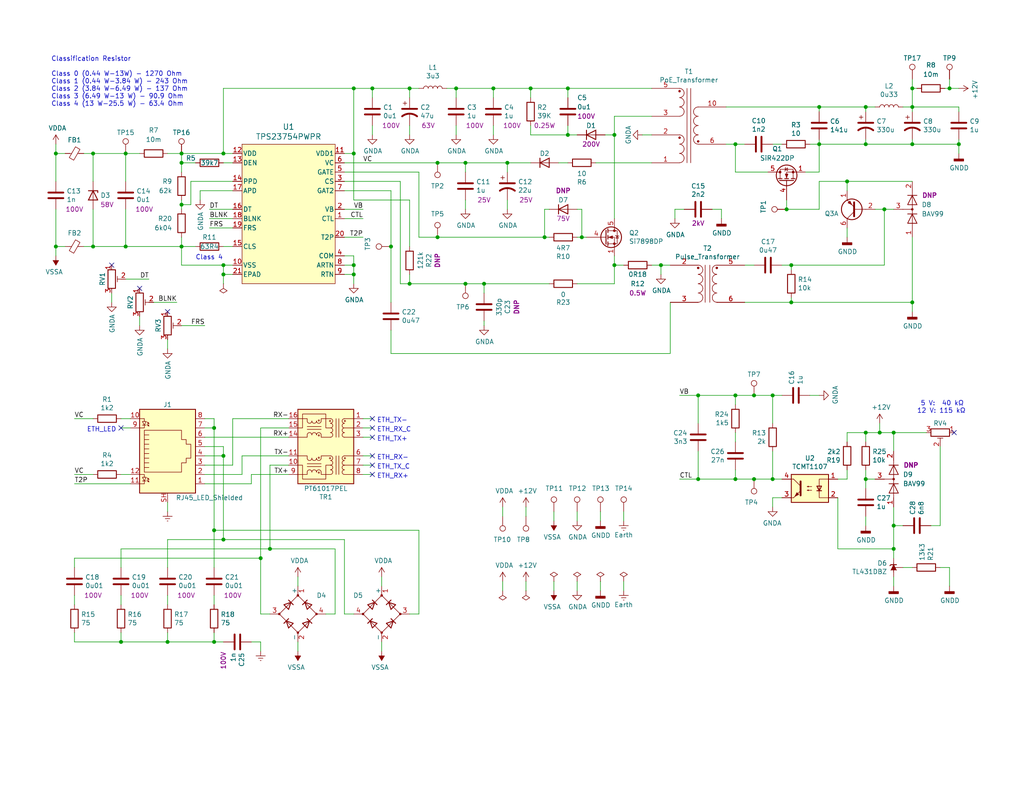
<source format=kicad_sch>
(kicad_sch (version 20211123) (generator eeschema)
  (paper "A")
  (title_block (title "Synchronous Flyback Converter - Evaluation Board") (comment 1 "Based on application note SLVA475 from TI") (comment 2 "Type 2 (IEEE 802.3at) PoE powered device"))
  (junction (at 49.53 67.31))
  (junction (at 49.53 55.88))
  (junction (at 134.62 24.13))
  (junction (at 248.92 82.55))
  (junction (at 148.59 64.77))
  (junction (at 158.75 64.77))
  (junction (at 200.66 130.81))
  (junction (at 119.38 64.77))
  (junction (at 154.94 24.13))
  (junction (at 236.22 39.37))
  (junction (at 243.84 143.51))
  (junction (at 34.29 41.91))
  (junction (at 180.34 72.39))
  (junction (at 49.53 41.91))
  (junction (at 243.84 118.11))
  (junction (at 223.52 29.21))
  (junction (at 58.42 116.84))
  (junction (at 240.03 118.11))
  (junction (at 243.84 149.86))
  (junction (at 106.68 67.31))
  (junction (at 60.96 124.46))
  (junction (at 248.92 24.13))
  (junction (at 214.63 57.15))
  (junction (at 73.66 149.86))
  (junction (at 111.76 24.13))
  (junction (at 58.42 175.26))
  (junction (at 200.66 39.37))
  (junction (at 236.22 118.11))
  (junction (at 15.24 41.91))
  (junction (at 96.52 72.39))
  (junction (at 132.08 77.47))
  (junction (at 138.43 44.45))
  (junction (at 96.52 41.91))
  (junction (at 205.74 107.95))
  (junction (at 71.12 152.4))
  (junction (at 111.76 77.47))
  (junction (at 190.5 130.81))
  (junction (at 236.22 130.81))
  (junction (at 248.92 29.21))
  (junction (at 210.82 107.95))
  (junction (at 60.96 74.93))
  (junction (at 210.82 130.81))
  (junction (at 259.08 24.13))
  (junction (at 60.96 41.91))
  (junction (at 241.3 57.15))
  (junction (at 167.64 72.39))
  (junction (at 34.29 67.31))
  (junction (at 15.24 67.31))
  (junction (at 49.53 44.45))
  (junction (at 60.96 72.39))
  (junction (at 231.14 49.53))
  (junction (at 96.52 24.13))
  (junction (at 144.78 24.13))
  (junction (at 215.9 82.55))
  (junction (at 101.6 24.13))
  (junction (at 223.52 39.37))
  (junction (at 154.94 36.83))
  (junction (at 215.9 72.39))
  (junction (at 96.52 74.93))
  (junction (at 236.22 29.21))
  (junction (at 167.64 36.83))
  (junction (at 58.42 144.78))
  (junction (at 45.72 175.26))
  (junction (at 33.02 175.26))
  (junction (at 25.4 41.91))
  (junction (at 124.46 24.13))
  (junction (at 200.66 107.95))
  (junction (at 60.96 147.32))
  (junction (at 119.38 44.45))
  (junction (at 248.92 39.37))
  (junction (at 190.5 107.95))
  (junction (at 127 44.45))
  (junction (at 205.74 130.81))
  (junction (at 127 77.47))
  (junction (at 261.62 39.37))
  (junction (at 25.4 67.31))
  (no_connect (at 30.48 72.39))
  (no_connect (at 45.72 85.09))
  (no_connect (at 38.1 78.74))
  (no_connect (at 101.6 119.38))
  (no_connect (at 101.6 129.54))
  (no_connect (at 101.6 116.84))
  (no_connect (at 101.6 124.46))
  (no_connect (at 101.6 127))
  (no_connect (at 101.6 114.3))
  (no_connect (at 33.02 116.84))
  (no_connect (at 260.35 118.11))
  (wire (pts (xy 30.48 80.01) (xy 30.48 82.55)))
  (wire (pts (xy 101.6 24.13) (xy 101.6 26.67)))
  (wire (pts (xy 111.76 74.93) (xy 111.76 77.47)))
  (wire (pts (xy 55.88 121.92) (xy 60.96 121.92)))
  (wire (pts (xy 167.64 72.39) (xy 170.18 72.39)))
  (wire (pts (xy 246.38 154.94) (xy 248.92 154.94)))
  (wire (pts (xy 96.52 41.91) (xy 96.52 54.61)))
  (wire (pts (xy 134.62 24.13) (xy 134.62 26.67)))
  (wire (pts (xy 68.58 132.08) (xy 68.58 129.54)))
  (wire (pts (xy 58.42 162.56) (xy 58.42 165.1)))
  (wire (pts (xy 55.88 127) (xy 63.5 127)))
  (wire (pts (xy 248.92 39.37) (xy 261.62 39.37)))
  (wire (pts (xy 88.9 167.64) (xy 91.44 167.64)))
  (wire (pts (xy 45.72 92.71) (xy 45.72 95.25)))
  (wire (pts (xy 15.24 57.15) (xy 15.24 67.31)))
  (wire (pts (xy 210.82 130.81) (xy 210.82 123.19)))
  (wire (pts (xy 57.15 57.15) (xy 63.5 57.15)))
  (wire (pts (xy 231.14 49.53) (xy 248.92 49.53)))
  (wire (pts (xy 138.43 54.61) (xy 138.43 57.15)))
  (wire (pts (xy 144.78 26.67) (xy 144.78 24.13)))
  (wire (pts (xy 256.54 154.94) (xy 259.08 154.94)))
  (wire (pts (xy 151.13 139.7) (xy 151.13 142.24)))
  (wire (pts (xy 231.14 130.81) (xy 231.14 128.27)))
  (wire (pts (xy 248.92 24.13) (xy 248.92 29.21)))
  (wire (pts (xy 228.6 130.81) (xy 231.14 130.81)))
  (wire (pts (xy 66.04 124.46) (xy 78.74 124.46)))
  (wire (pts (xy 177.8 72.39) (xy 180.34 72.39)))
  (wire (pts (xy 127 44.45) (xy 138.43 44.45)))
  (wire (pts (xy 214.63 57.15) (xy 223.52 57.15)))
  (wire (pts (xy 210.82 130.81) (xy 213.36 130.81)))
  (wire (pts (xy 154.94 24.13) (xy 177.8 24.13)))
  (wire (pts (xy 231.14 49.53) (xy 231.14 52.07)))
  (wire (pts (xy 236.22 39.37) (xy 248.92 39.37)))
  (wire (pts (xy 149.86 57.15) (xy 148.59 57.15)))
  (wire (pts (xy 114.3 46.99) (xy 93.98 46.99)))
  (wire (pts (xy 200.66 130.81) (xy 205.74 130.81)))
  (wire (pts (xy 34.29 67.31) (xy 49.53 67.31)))
  (wire (pts (xy 259.08 154.94) (xy 259.08 160.02)))
  (wire (pts (xy 49.53 55.88) (xy 49.53 57.15)))
  (wire (pts (xy 111.76 24.13) (xy 111.76 26.67)))
  (wire (pts (xy 154.94 26.67) (xy 154.94 24.13)))
  (wire (pts (xy 20.32 152.4) (xy 71.12 152.4)))
  (wire (pts (xy 93.98 74.93) (xy 96.52 74.93)))
  (wire (pts (xy 236.22 118.11) (xy 231.14 118.11)))
  (wire (pts (xy 106.68 52.07) (xy 106.68 67.31)))
  (wire (pts (xy 157.48 161.29) (xy 157.48 158.75)))
  (wire (pts (xy 243.84 157.48) (xy 243.84 160.02)))
  (wire (pts (xy 223.52 107.95) (xy 220.98 107.95)))
  (wire (pts (xy 223.52 38.1) (xy 223.52 39.37)))
  (wire (pts (xy 93.98 41.91) (xy 96.52 41.91)))
  (wire (pts (xy 205.74 107.95) (xy 210.82 107.95)))
  (wire (pts (xy 57.15 62.23) (xy 63.5 62.23)))
  (wire (pts (xy 34.29 49.53) (xy 34.29 41.91)))
  (wire (pts (xy 101.6 36.83) (xy 101.6 34.29)))
  (wire (pts (xy 223.52 49.53) (xy 223.52 57.15)))
  (wire (pts (xy 180.34 74.93) (xy 180.34 72.39)))
  (wire (pts (xy 96.52 77.47) (xy 96.52 74.93)))
  (wire (pts (xy 34.29 76.2) (xy 40.64 76.2)))
  (wire (pts (xy 60.96 74.93) (xy 60.96 77.47)))
  (wire (pts (xy 231.14 62.23) (xy 231.14 64.77)))
  (wire (pts (xy 182.88 82.55) (xy 182.88 96.52)))
  (wire (pts (xy 20.32 175.26) (xy 33.02 175.26)))
  (wire (pts (xy 154.94 36.83) (xy 157.48 36.83)))
  (wire (pts (xy 49.53 54.61) (xy 49.53 55.88)))
  (wire (pts (xy 127 77.47) (xy 132.08 77.47)))
  (wire (pts (xy 210.82 107.95) (xy 210.82 115.57)))
  (wire (pts (xy 248.92 24.13) (xy 250.19 24.13)))
  (wire (pts (xy 71.12 175.26) (xy 71.12 177.8)))
  (wire (pts (xy 223.52 29.21) (xy 236.22 29.21)))
  (wire (pts (xy 157.48 142.24) (xy 157.48 139.7)))
  (wire (pts (xy 20.32 132.08) (xy 35.56 132.08)))
  (wire (pts (xy 93.98 52.07) (xy 106.68 52.07)))
  (wire (pts (xy 148.59 64.77) (xy 149.86 64.77)))
  (wire (pts (xy 25.4 49.53) (xy 25.4 41.91)))
  (wire (pts (xy 60.96 67.31) (xy 63.5 67.31)))
  (wire (pts (xy 52.07 49.53) (xy 52.07 55.88)))
  (wire (pts (xy 119.38 64.77) (xy 114.3 64.77)))
  (wire (pts (xy 55.88 116.84) (xy 58.42 116.84)))
  (wire (pts (xy 45.72 137.16) (xy 45.72 139.7)))
  (wire (pts (xy 241.3 57.15) (xy 243.84 57.15)))
  (wire (pts (xy 34.29 57.15) (xy 34.29 67.31)))
  (wire (pts (xy 104.14 177.8) (xy 104.14 175.26)))
  (wire (pts (xy 93.98 167.64) (xy 93.98 147.32)))
  (wire (pts (xy 15.24 41.91) (xy 17.78 41.91)))
  (wire (pts (xy 55.88 119.38) (xy 78.74 119.38)))
  (wire (pts (xy 144.78 34.29) (xy 144.78 36.83)))
  (wire (pts (xy 99.06 127) (xy 101.6 127)))
  (wire (pts (xy 60.96 24.13) (xy 60.96 41.91)))
  (wire (pts (xy 248.92 21.59) (xy 248.92 24.13)))
  (wire (pts (xy 170.18 139.7) (xy 170.18 142.24)))
  (wire (pts (xy 124.46 26.67) (xy 124.46 24.13)))
  (wire (pts (xy 15.24 41.91) (xy 15.24 49.53)))
  (wire (pts (xy 214.63 54.61) (xy 214.63 57.15)))
  (wire (pts (xy 236.22 38.1) (xy 236.22 39.37)))
  (wire (pts (xy 127 46.99) (xy 127 44.45)))
  (wire (pts (xy 60.96 41.91) (xy 63.5 41.91)))
  (wire (pts (xy 167.64 36.83) (xy 167.64 31.75)))
  (wire (pts (xy 114.3 144.78) (xy 114.3 167.64)))
  (wire (pts (xy 49.53 67.31) (xy 53.34 67.31)))
  (wire (pts (xy 194.31 57.15) (xy 196.85 57.15)))
  (wire (pts (xy 190.5 107.95) (xy 190.5 115.57)))
  (wire (pts (xy 45.72 172.72) (xy 45.72 175.26)))
  (wire (pts (xy 248.92 82.55) (xy 248.92 85.09)))
  (wire (pts (xy 111.76 167.64) (xy 114.3 167.64)))
  (wire (pts (xy 119.38 64.77) (xy 148.59 64.77)))
  (wire (pts (xy 248.92 29.21) (xy 248.92 30.48)))
  (wire (pts (xy 99.06 59.69) (xy 93.98 59.69)))
  (wire (pts (xy 175.26 36.83) (xy 177.8 36.83)))
  (wire (pts (xy 93.98 57.15) (xy 99.06 57.15)))
  (wire (pts (xy 215.9 72.39) (xy 215.9 73.66)))
  (wire (pts (xy 25.4 67.31) (xy 22.86 67.31)))
  (wire (pts (xy 101.6 24.13) (xy 96.52 24.13)))
  (wire (pts (xy 240.03 118.11) (xy 243.84 118.11)))
  (wire (pts (xy 63.5 74.93) (xy 60.96 74.93)))
  (wire (pts (xy 223.52 39.37) (xy 223.52 46.99)))
  (wire (pts (xy 54.61 52.07) (xy 54.61 54.61)))
  (wire (pts (xy 49.53 41.91) (xy 49.53 44.45)))
  (wire (pts (xy 254 143.51) (xy 256.54 143.51)))
  (wire (pts (xy 157.48 64.77) (xy 158.75 64.77)))
  (wire (pts (xy 127 54.61) (xy 127 57.15)))
  (wire (pts (xy 198.12 39.37) (xy 200.66 39.37)))
  (wire (pts (xy 96.52 54.61) (xy 111.76 54.61)))
  (wire (pts (xy 256.54 121.92) (xy 256.54 143.51)))
  (wire (pts (xy 158.75 64.77) (xy 158.75 57.15)))
  (wire (pts (xy 162.56 44.45) (xy 177.8 44.45)))
  (wire (pts (xy 203.2 72.39) (xy 205.74 72.39)))
  (wire (pts (xy 33.02 149.86) (xy 33.02 154.94)))
  (wire (pts (xy 60.96 124.46) (xy 60.96 147.32)))
  (wire (pts (xy 241.3 57.15) (xy 238.76 57.15)))
  (wire (pts (xy 261.62 29.21) (xy 261.62 30.48)))
  (wire (pts (xy 96.52 69.85) (xy 96.52 72.39)))
  (wire (pts (xy 73.66 149.86) (xy 91.44 149.86)))
  (wire (pts (xy 15.24 69.85) (xy 15.24 67.31)))
  (wire (pts (xy 236.22 130.81) (xy 236.22 133.35)))
  (wire (pts (xy 259.08 24.13) (xy 257.81 24.13)))
  (wire (pts (xy 63.5 114.3) (xy 78.74 114.3)))
  (wire (pts (xy 63.5 72.39) (xy 60.96 72.39)))
  (wire (pts (xy 45.72 147.32) (xy 60.96 147.32)))
  (wire (pts (xy 101.6 24.13) (xy 111.76 24.13)))
  (wire (pts (xy 184.15 57.15) (xy 184.15 59.69)))
  (wire (pts (xy 96.52 72.39) (xy 93.98 72.39)))
  (wire (pts (xy 246.38 29.21) (xy 248.92 29.21)))
  (wire (pts (xy 223.52 46.99) (xy 219.71 46.99)))
  (wire (pts (xy 60.96 44.45) (xy 63.5 44.45)))
  (wire (pts (xy 22.86 41.91) (xy 25.4 41.91)))
  (wire (pts (xy 71.12 116.84) (xy 71.12 152.4)))
  (wire (pts (xy 165.1 36.83) (xy 167.64 36.83)))
  (wire (pts (xy 68.58 129.54) (xy 78.74 129.54)))
  (wire (pts (xy 58.42 175.26) (xy 60.96 175.26)))
  (wire (pts (xy 109.22 77.47) (xy 111.76 77.47)))
  (wire (pts (xy 58.42 172.72) (xy 58.42 175.26)))
  (wire (pts (xy 143.51 140.97) (xy 143.51 138.43)))
  (wire (pts (xy 243.84 143.51) (xy 243.84 138.43)))
  (wire (pts (xy 200.66 107.95) (xy 200.66 110.49)))
  (wire (pts (xy 137.16 140.97) (xy 137.16 138.43)))
  (wire (pts (xy 236.22 130.81) (xy 238.76 130.81)))
  (wire (pts (xy 109.22 49.53) (xy 109.22 77.47)))
  (wire (pts (xy 144.78 24.13) (xy 154.94 24.13)))
  (wire (pts (xy 99.06 124.46) (xy 101.6 124.46)))
  (wire (pts (xy 228.6 135.89) (xy 228.6 149.86)))
  (wire (pts (xy 223.52 49.53) (xy 231.14 49.53)))
  (wire (pts (xy 132.08 77.47) (xy 132.08 80.01)))
  (wire (pts (xy 137.16 161.29) (xy 137.16 158.75)))
  (wire (pts (xy 198.12 29.21) (xy 223.52 29.21)))
  (wire (pts (xy 152.4 44.45) (xy 154.94 44.45)))
  (wire (pts (xy 215.9 82.55) (xy 248.92 82.55)))
  (wire (pts (xy 163.83 161.29) (xy 163.83 158.75)))
  (wire (pts (xy 91.44 149.86) (xy 91.44 167.64)))
  (wire (pts (xy 114.3 64.77) (xy 114.3 46.99)))
  (wire (pts (xy 200.66 128.27) (xy 200.66 130.81)))
  (wire (pts (xy 106.68 96.52) (xy 182.88 96.52)))
  (wire (pts (xy 236.22 140.97) (xy 236.22 143.51)))
  (wire (pts (xy 200.66 46.99) (xy 200.66 39.37)))
  (wire (pts (xy 210.82 135.89) (xy 213.36 135.89)))
  (wire (pts (xy 223.52 39.37) (xy 236.22 39.37)))
  (wire (pts (xy 25.4 41.91) (xy 34.29 41.91)))
  (wire (pts (xy 241.3 72.39) (xy 241.3 57.15)))
  (wire (pts (xy 158.75 57.15) (xy 157.48 57.15)))
  (wire (pts (xy 49.53 41.91) (xy 60.96 41.91)))
  (wire (pts (xy 236.22 128.27) (xy 236.22 130.81)))
  (wire (pts (xy 38.1 86.36) (xy 38.1 88.9)))
  (wire (pts (xy 60.96 124.46) (xy 55.88 124.46)))
  (wire (pts (xy 111.76 54.61) (xy 111.76 67.31)))
  (wire (pts (xy 210.82 107.95) (xy 213.36 107.95)))
  (wire (pts (xy 49.53 67.31) (xy 49.53 72.39)))
  (wire (pts (xy 33.02 172.72) (xy 33.02 175.26)))
  (wire (pts (xy 248.92 39.37) (xy 248.92 38.1)))
  (wire (pts (xy 205.74 130.81) (xy 210.82 130.81)))
  (wire (pts (xy 20.32 114.3) (xy 25.4 114.3)))
  (wire (pts (xy 158.75 64.77) (xy 160.02 64.77)))
  (wire (pts (xy 54.61 52.07) (xy 63.5 52.07)))
  (wire (pts (xy 138.43 46.99) (xy 138.43 44.45)))
  (wire (pts (xy 73.66 127) (xy 73.66 149.86)))
  (wire (pts (xy 186.69 57.15) (xy 184.15 57.15)))
  (wire (pts (xy 243.84 118.11) (xy 243.84 123.19)))
  (wire (pts (xy 20.32 154.94) (xy 20.32 152.4)))
  (wire (pts (xy 96.52 74.93) (xy 96.52 72.39)))
  (wire (pts (xy 243.84 143.51) (xy 246.38 143.51)))
  (wire (pts (xy 99.06 114.3) (xy 101.6 114.3)))
  (wire (pts (xy 151.13 161.29) (xy 151.13 158.75)))
  (wire (pts (xy 55.88 132.08) (xy 68.58 132.08)))
  (wire (pts (xy 196.85 57.15) (xy 196.85 59.69)))
  (wire (pts (xy 49.53 72.39) (xy 60.96 72.39)))
  (wire (pts (xy 220.98 39.37) (xy 223.52 39.37)))
  (wire (pts (xy 231.14 118.11) (xy 231.14 120.65)))
  (wire (pts (xy 228.6 149.86) (xy 243.84 149.86)))
  (wire (pts (xy 33.02 129.54) (xy 35.56 129.54)))
  (wire (pts (xy 259.08 21.59) (xy 259.08 24.13)))
  (wire (pts (xy 167.64 72.39) (xy 167.64 77.47)))
  (wire (pts (xy 49.53 64.77) (xy 49.53 67.31)))
  (wire (pts (xy 132.08 77.47) (xy 149.86 77.47)))
  (wire (pts (xy 167.64 69.85) (xy 167.64 72.39)))
  (wire (pts (xy 58.42 144.78) (xy 114.3 144.78)))
  (wire (pts (xy 236.22 30.48) (xy 236.22 29.21)))
  (wire (pts (xy 25.4 57.15) (xy 25.4 67.31)))
  (wire (pts (xy 121.92 24.13) (xy 124.46 24.13)))
  (wire (pts (xy 124.46 34.29) (xy 124.46 36.83)))
  (wire (pts (xy 119.38 44.45) (xy 127 44.45)))
  (wire (pts (xy 20.32 129.54) (xy 25.4 129.54)))
  (wire (pts (xy 20.32 162.56) (xy 20.32 165.1)))
  (wire (pts (xy 99.06 129.54) (xy 101.6 129.54)))
  (wire (pts (xy 180.34 72.39) (xy 182.88 72.39)))
  (wire (pts (xy 104.14 160.02) (xy 104.14 157.48)))
  (wire (pts (xy 55.88 129.54) (xy 66.04 129.54)))
  (wire (pts (xy 17.78 67.31) (xy 15.24 67.31)))
  (wire (pts (xy 138.43 44.45) (xy 144.78 44.45)))
  (wire (pts (xy 34.29 67.31) (xy 25.4 67.31)))
  (wire (pts (xy 33.02 175.26) (xy 45.72 175.26)))
  (wire (pts (xy 45.72 175.26) (xy 58.42 175.26)))
  (wire (pts (xy 106.68 67.31) (xy 106.68 82.55)))
  (wire (pts (xy 261.62 41.91) (xy 261.62 39.37)))
  (wire (pts (xy 60.96 72.39) (xy 60.96 74.93)))
  (wire (pts (xy 134.62 24.13) (xy 144.78 24.13)))
  (wire (pts (xy 132.08 87.63) (xy 132.08 88.9)))
  (wire (pts (xy 248.92 82.55) (xy 248.92 64.77)))
  (wire (pts (xy 78.74 116.84) (xy 71.12 116.84)))
  (wire (pts (xy 111.76 24.13) (xy 114.3 24.13)))
  (wire (pts (xy 111.76 34.29) (xy 111.76 36.83)))
  (wire (pts (xy 215.9 82.55) (xy 215.9 81.28)))
  (wire (pts (xy 81.28 177.8) (xy 81.28 175.26)))
  (wire (pts (xy 111.76 77.47) (xy 127 77.47)))
  (wire (pts (xy 200.66 46.99) (xy 209.55 46.99)))
  (wire (pts (xy 210.82 39.37) (xy 213.36 39.37)))
  (wire (pts (xy 73.66 167.64) (xy 71.12 167.64)))
  (wire (pts (xy 243.84 143.51) (xy 243.84 149.86)))
  (wire (pts (xy 93.98 49.53) (xy 109.22 49.53)))
  (wire (pts (xy 49.53 44.45) (xy 53.34 44.45)))
  (wire (pts (xy 41.91 82.55) (xy 48.26 82.55)))
  (wire (pts (xy 58.42 116.84) (xy 58.42 144.78)))
  (wire (pts (xy 190.5 130.81) (xy 190.5 123.19)))
  (wire (pts (xy 20.32 172.72) (xy 20.32 175.26)))
  (wire (pts (xy 167.64 31.75) (xy 177.8 31.75)))
  (wire (pts (xy 248.92 29.21) (xy 261.62 29.21)))
  (wire (pts (xy 154.94 34.29) (xy 154.94 36.83)))
  (wire (pts (xy 163.83 142.24) (xy 163.83 139.7)))
  (wire (pts (xy 243.84 149.86) (xy 243.84 152.4)))
  (wire (pts (xy 185.42 107.95) (xy 190.5 107.95)))
  (wire (pts (xy 203.2 82.55) (xy 215.9 82.55)))
  (wire (pts (xy 66.04 129.54) (xy 66.04 124.46)))
  (wire (pts (xy 58.42 114.3) (xy 55.88 114.3)))
  (wire (pts (xy 33.02 162.56) (xy 33.02 165.1)))
  (wire (pts (xy 93.98 44.45) (xy 119.38 44.45)))
  (wire (pts (xy 58.42 116.84) (xy 58.42 114.3)))
  (wire (pts (xy 45.72 147.32) (xy 45.72 154.94)))
  (wire (pts (xy 99.06 116.84) (xy 101.6 116.84)))
  (wire (pts (xy 190.5 130.81) (xy 200.66 130.81)))
  (wire (pts (xy 81.28 160.02) (xy 81.28 157.48)))
  (wire (pts (xy 49.53 88.9) (xy 55.88 88.9)))
  (wire (pts (xy 57.15 59.69) (xy 63.5 59.69)))
  (wire (pts (xy 148.59 57.15) (xy 148.59 64.77)))
  (wire (pts (xy 71.12 167.64) (xy 71.12 152.4)))
  (wire (pts (xy 60.96 147.32) (xy 93.98 147.32)))
  (wire (pts (xy 170.18 158.75) (xy 170.18 161.29)))
  (wire (pts (xy 223.52 30.48) (xy 223.52 29.21)))
  (wire (pts (xy 243.84 118.11) (xy 252.73 118.11)))
  (wire (pts (xy 236.22 118.11) (xy 240.03 118.11)))
  (wire (pts (xy 33.02 149.86) (xy 73.66 149.86)))
  (wire (pts (xy 96.52 24.13) (xy 96.52 41.91)))
  (wire (pts (xy 134.62 34.29) (xy 134.62 36.83)))
  (wire (pts (xy 106.68 90.17) (xy 106.68 96.52)))
  (wire (pts (xy 33.02 114.3) (xy 35.56 114.3)))
  (wire (pts (xy 190.5 107.95) (xy 200.66 107.95)))
  (wire (pts (xy 93.98 64.77) (xy 99.06 64.77)))
  (wire (pts (xy 49.53 44.45) (xy 49.53 46.99)))
  (wire (pts (xy 213.36 72.39) (xy 215.9 72.39)))
  (wire (pts (xy 68.58 175.26) (xy 71.12 175.26)))
  (wire (pts (xy 259.08 24.13) (xy 261.62 24.13)))
  (wire (pts (xy 157.48 77.47) (xy 167.64 77.47)))
  (wire (pts (xy 200.66 39.37) (xy 203.2 39.37)))
  (wire (pts (xy 215.9 72.39) (xy 241.3 72.39)))
  (wire (pts (xy 210.82 135.89) (xy 210.82 138.43)))
  (wire (pts (xy 167.64 36.83) (xy 167.64 59.69)))
  (wire (pts (xy 63.5 127) (xy 63.5 114.3)))
  (wire (pts (xy 124.46 24.13) (xy 134.62 24.13)))
  (wire (pts (xy 60.96 24.13) (xy 96.52 24.13)))
  (wire (pts (xy 35.56 116.84) (xy 33.02 116.84)))
  (wire (pts (xy 190.5 130.81) (xy 185.42 130.81)))
  (wire (pts (xy 99.06 119.38) (xy 101.6 119.38)))
  (wire (pts (xy 34.29 41.91) (xy 38.1 41.91)))
  (wire (pts (xy 143.51 161.29) (xy 143.51 158.75)))
  (wire (pts (xy 144.78 36.83) (xy 154.94 36.83)))
  (wire (pts (xy 238.76 29.21) (xy 236.22 29.21)))
  (wire (pts (xy 200.66 107.95) (xy 205.74 107.95)))
  (wire (pts (xy 261.62 39.37) (xy 261.62 38.1)))
  (wire (pts (xy 78.74 127) (xy 73.66 127)))
  (wire (pts (xy 45.72 162.56) (xy 45.72 165.1)))
  (wire (pts (xy 236.22 120.65) (xy 236.22 118.11)))
  (wire (pts (xy 200.66 118.11) (xy 200.66 120.65)))
  (wire (pts (xy 58.42 154.94) (xy 58.42 144.78)))
  (wire (pts (xy 63.5 49.53) (xy 52.07 49.53)))
  (wire (pts (xy 96.52 167.64) (xy 93.98 167.64)))
  (wire (pts (xy 93.98 69.85) (xy 96.52 69.85)))
  (wire (pts (xy 45.72 41.91) (xy 49.53 41.91)))
  (wire (pts (xy 52.07 55.88) (xy 49.53 55.88)))
  (wire (pts (xy 240.03 115.57) (xy 240.03 118.11)))
  (wire (pts (xy 15.24 41.91) (xy 15.24 39.37)))
  (wire (pts (xy 60.96 121.92) (xy 60.96 124.46)))
  (text " 5 V:  40 kΩ\n12 V: 115 kΩ" (at 250.19 113.03 0) (effects (font (size 1.27 1.27)) (justify left bottom)))
  (text "ETH_RX_C" (at 102.87 118.11 0) (effects (font (size 1.27 1.27)) (justify left bottom)))
  (text "ETH_LED" (at 31.75 118.11 180) (effects (font (size 1.27 1.27)) (justify right bottom)))
  (text "ETH_TX-" (at 102.87 115.57 0) (effects (font (size 1.27 1.27)) (justify left bottom)))
  (text "ETH_TX+" (at 102.87 120.65 0) (effects (font (size 1.27 1.27)) (justify left bottom)))
  (text "Classification Resistor\n\nClass 0 (0.44 W-13W) - 1270 Ohm\nClass 1 (0.44 W-3.84 W) - 243 Ohm\nClass 2 (3.84 W-6.49 W) - 137 Ohm\nClass 3 (6.49 W-13 W) - 90.9 Ohm\nClass 4 (13 W-25.5 W) - 63.4 Ohm" (at 13.97 29.21 0) (effects (font (size 1.27 1.27)) (justify left bottom)))
  (text "ETH_RX-" (at 102.87 125.73 0) (effects (font (size 1.27 1.27)) (justify left bottom)))
  (text "ETH_RX+" (at 102.87 130.81 0) (effects (font (size 1.27 1.27)) (justify left bottom)))
  (text "ETH_TX_C" (at 102.87 128.27 0) (effects (font (size 1.27 1.27)) (justify left bottom)))
  (text "Class 4" (at 53.34 71.12 0) (effects (font (size 1.27 1.27)) (justify left bottom)))
  (label "CTL" (at 185.42 130.81 0))
  (label "VB" (at 99.06 57.15 180))
  (label "VB" (at 185.42 107.95 0))
  (label "FRS" (at 55.88 88.9 180))
  (label "VC" (at 20.32 129.54 0))
  (label "RX-" (at 78.74 114.3 180))
  (label "T2P" (at 99.06 64.77 180))
  (label "BLNK" (at 48.26 82.55 180))
  (label "DT" (at 40.64 76.2 180))
  (label "CTL" (at 99.06 59.69 180))
  (label "TX-" (at 78.74 124.46 180))
  (label "DT" (at 57.15 57.15 0))
  (label "BLNK" (at 57.15 59.69 0))
  (label "FRS" (at 57.15 62.23 0))
  (label "T2P" (at 20.32 132.08 0))
  (label "RX+" (at 78.74 119.38 180))
  (label "VC" (at 20.32 114.3 0))
  (label "VC" (at 101.6 44.45 180))
  (label "TX+" (at 78.74 129.54 180))
  (symbol (lib_id "common:RJ45_LED_SHEILDED") (at 45.72 121.92 0) (unit 1)
    (property "Reference" "J1" (at 45.72 110.49 0))
    (property "Value" "RJ45_LED_Shielded" (at 57.15 135.89 0))
    (property "Footprint" "common:RJHSE-538X" (effects hide))
  )
  (symbol (lib_id "power:VDDA") (at 104.14 157.48 0) (unit 1)
    (property "Reference" "#PWR018" (effects hide))
    (property "Value" "VDDA" (at 104.5718 153.0858 0))
  )
  (symbol (lib_id "power:VDDA") (at 81.28 157.48 0) (unit 1)
    (property "Reference" "#PWR017" (effects hide))
    (property "Value" "VDDA" (at 81.7118 153.0858 0))
  )
  (symbol (lib_id "power:VSSA") (at 81.28 177.8 180) (unit 1)
    (property "Reference" "#PWR028" (effects hide))
    (property "Value" "VSSA" (at 80.8228 182.1942 0))
  )
  (symbol (lib_id "power:VSSA") (at 104.14 177.8 180) (unit 1)
    (property "Reference" "#PWR029" (effects hide))
    (property "Value" "VSSA" (at 103.6828 182.1942 0))
  )
  (symbol (lib_id "Device:C") (at 15.24 53.34 0) (unit 1)
    (property "Reference" "C13" (at 18.161 52.1716 0) (effects (justify left)))
    (property "Value" "1n" (at 18.161 54.483 0) (effects (justify left)))
    (property "Footprint" "Capacitor_SMD:C_0402_1005Metric" (effects hide))
    (property "Voltage" "100V" (at 20.32 57.15 0))
  )
  (symbol (lib_id "Device:C") (at 34.29 53.34 0) (unit 1)
    (property "Reference" "C14" (at 37.211 52.1716 0) (effects (justify left)))
    (property "Value" "0u1" (at 37.211 54.483 0) (effects (justify left)))
    (property "Footprint" "Capacitor_SMD:C_0402_1005Metric" (effects hide))
    (property "Voltage" "100V" (at 39.37 57.15 0))
  )
  (symbol (lib_id "Device:R") (at 57.15 44.45 270) (unit 1)
    (property "Reference" "R5" (at 52.07 43.18 90))
    (property "Value" "39k7" (at 57.15 44.45 90))
    (property "Footprint" "Resistor_SMD:R_0402_1005Metric" (effects hide))
  )
  (symbol (lib_id "power:VDDA") (at 15.24 39.37 0) (unit 1)
    (property "Reference" "#PWR07" (effects hide))
    (property "Value" "VDDA" (at 15.6718 34.9758 0))
  )
  (symbol (lib_id "Device:C") (at 20.32 158.75 0) (unit 1)
    (property "Reference" "C18" (at 23.241 157.5816 0) (effects (justify left)))
    (property "Value" "0u01" (at 23.241 159.893 0) (effects (justify left)))
    (property "Footprint" "Capacitor_SMD:C_0402_1005Metric" (effects hide))
    (property "Voltage" "100V" (at 25.4 162.56 0))
  )
  (symbol (lib_id "Device:R") (at 20.32 168.91 0) (unit 1)
    (property "Reference" "R15" (at 22.098 167.7416 0) (effects (justify left)))
    (property "Value" "75" (at 22.098 170.053 0) (effects (justify left)))
    (property "Footprint" "Resistor_SMD:R_0402_1005Metric" (effects hide))
  )
  (symbol (lib_id "Device:C") (at 33.02 158.75 0) (unit 1)
    (property "Reference" "C19" (at 35.941 157.5816 0) (effects (justify left)))
    (property "Value" "0u01" (at 35.941 159.893 0) (effects (justify left)))
    (property "Footprint" "Capacitor_SMD:C_0402_1005Metric" (effects hide))
    (property "Voltage" "100V" (at 38.1 162.56 0))
  )
  (symbol (lib_id "Device:R") (at 33.02 168.91 0) (unit 1)
    (property "Reference" "R16" (at 34.798 167.7416 0) (effects (justify left)))
    (property "Value" "75" (at 34.798 170.053 0) (effects (justify left)))
    (property "Footprint" "Resistor_SMD:R_0402_1005Metric" (effects hide))
  )
  (symbol (lib_id "Device:C") (at 45.72 158.75 0) (unit 1)
    (property "Reference" "C20" (at 48.641 157.5816 0) (effects (justify left)))
    (property "Value" "0u01" (at 48.641 159.893 0) (effects (justify left)))
    (property "Footprint" "Capacitor_SMD:C_0402_1005Metric" (effects hide))
    (property "Voltage" "100V" (at 50.8 162.56 0))
  )
  (symbol (lib_id "Device:R") (at 45.72 168.91 0) (unit 1)
    (property "Reference" "R17" (at 47.498 167.7416 0) (effects (justify left)))
    (property "Value" "75" (at 47.498 170.053 0) (effects (justify left)))
    (property "Footprint" "Resistor_SMD:R_0402_1005Metric" (effects hide))
  )
  (symbol (lib_id "Device:C") (at 58.42 158.75 0) (unit 1)
    (property "Reference" "C21" (at 61.341 157.5816 0) (effects (justify left)))
    (property "Value" "0u01" (at 61.341 159.893 0) (effects (justify left)))
    (property "Footprint" "Capacitor_SMD:C_0402_1005Metric" (effects hide))
    (property "Voltage" "100V" (at 63.5 162.56 0))
  )
  (symbol (lib_id "Device:R") (at 58.42 168.91 0) (unit 1)
    (property "Reference" "R18" (at 60.198 167.7416 0) (effects (justify left)))
    (property "Value" "75" (at 60.198 170.053 0) (effects (justify left)))
    (property "Footprint" "Resistor_SMD:R_0402_1005Metric" (effects hide))
  )
  (symbol (lib_id "Device:D_Bridge_+-AA") (at 81.28 167.64 90) (unit 1)
    (property "Reference" "D4" (at 86.36 162.56 90) (effects (justify right)))
    (property "Value" "D_Bridge_+-AA" (effects hide))
    (property "Footprint" "Diode_SMD:Diode_Bridge_Diotec_ABS" (effects hide))
  )
  (symbol (lib_id "Device:D_Bridge_+-AA") (at 104.14 167.64 270) (mirror x) (unit 1)
    (property "Reference" "D5" (at 99.06 162.56 90) (effects (justify right)))
    (property "Value" "D_Bridge_+-AA" (effects hide))
    (property "Footprint" "Diode_SMD:Diode_Bridge_Diotec_ABS" (effects hide))
  )
  (symbol (lib_id "Device:R") (at 57.15 67.31 270) (unit 1)
    (property "Reference" "R11" (at 57.15 64.77 90))
    (property "Value" "63R4" (at 57.15 67.31 90))
    (property "Footprint" "Resistor_SMD:R_0402_1005Metric" (effects hide))
  )
  (symbol (lib_id "power:VSSA") (at 15.24 69.85 180) (unit 1)
    (property "Reference" "#PWR014" (effects hide))
    (property "Value" "VSSA" (at 14.7828 74.2442 0))
  )
  (symbol (lib_id "power:GNDA") (at 96.52 77.47 0) (unit 1)
    (property "Reference" "#PWR023" (effects hide))
    (property "Value" "GNDA" (at 96.647 81.8642 0))
  )
  (symbol (lib_id "power:GNDA") (at 54.61 54.61 0) (unit 1)
    (property "Reference" "#PWR015" (effects hide))
    (property "Value" "GNDA" (at 54.737 57.8358 90) (effects (justify right)))
  )
  (symbol (lib_id "Device:D_Zener") (at 25.4 53.34 270) (unit 1)
    (property "Reference" "D3" (at 27.4066 53.34 90) (effects (justify left)))
    (property "Value" "D_Zener" (effects hide))
    (property "Footprint" "Diode_SMD:D_0402_1005Metric" (effects hide))
    (property "Voltage" "58V" (at 29.21 55.88 90))
  )
  (symbol (lib_id "Device:C") (at 101.6 30.48 0) (unit 1)
    (property "Reference" "C1" (at 104.521 29.3116 0) (effects (justify left)))
    (property "Value" "0u1" (at 104.521 31.623 0) (effects (justify left)))
    (property "Footprint" "Capacitor_SMD:C_0402_1005Metric" (effects hide))
    (property "Voltage" "100V" (at 106.68 34.29 0))
  )
  (symbol (lib_id "power:GNDA") (at 101.6 36.83 0) (unit 1)
    (property "Reference" "#PWR02" (effects hide))
    (property "Value" "GNDA" (at 101.727 41.2242 0))
  )
  (symbol (lib_id "power:GNDA") (at 111.76 36.83 0) (unit 1)
    (property "Reference" "#PWR03" (effects hide))
    (property "Value" "GNDA" (at 111.887 41.2242 0))
  )
  (symbol (lib_id "Device:C") (at 124.46 30.48 0) (unit 1)
    (property "Reference" "C3" (at 127.381 29.3116 0) (effects (justify left)))
    (property "Value" "1u" (at 127.381 31.623 0) (effects (justify left)))
    (property "Footprint" "Capacitor_SMD:C_0805_2012Metric" (effects hide))
    (property "Voltage" "100V" (at 129.54 34.29 0))
  )
  (symbol (lib_id "Device:C") (at 134.62 30.48 0) (unit 1)
    (property "Reference" "C4" (at 137.541 29.3116 0) (effects (justify left)))
    (property "Value" "1u" (at 137.541 31.623 0) (effects (justify left)))
    (property "Footprint" "Capacitor_SMD:C_0805_2012Metric" (effects hide))
    (property "Voltage" "100V" (at 139.7 34.29 0))
  )
  (symbol (lib_id "power:GNDA") (at 124.46 36.83 0) (unit 1)
    (property "Reference" "#PWR04" (effects hide))
    (property "Value" "GNDA" (at 124.587 41.2242 0))
  )
  (symbol (lib_id "power:GNDA") (at 134.62 36.83 0) (unit 1)
    (property "Reference" "#PWR05" (effects hide))
    (property "Value" "GNDA" (at 134.747 41.2242 0))
  )
  (symbol (lib_id "Device:L") (at 118.11 24.13 90) (unit 1)
    (property "Reference" "L1" (at 118.11 18.415 90))
    (property "Value" "3u3" (at 118.11 20.7264 90))
    (property "Footprint" "common:L_Abracon_ASPI-0630LR" (effects hide))
  )
  (symbol (lib_id "Device:D") (at 161.29 36.83 0) (unit 1)
    (property "Reference" "D1" (at 161.29 34.29 0))
    (property "Value" "D" (effects hide))
    (property "Footprint" "Diode_SMD:D_SMB" (effects hide))
    (property "Voltage" "200V" (at 161.29 39.37 0))
  )
  (symbol (lib_id "Device:R") (at 144.78 30.48 0) (unit 1)
    (property "Reference" "R2" (at 146.558 29.3116 0) (effects (justify left)))
    (property "Value" "39K" (at 146.558 31.623 0) (effects (justify left)))
    (property "Footprint" "Resistor_SMD:R_0805_2012Metric" (effects hide))
    (property "Wattage" "0.25W" (at 148.59 34.29 0))
  )
  (symbol (lib_id "Device:C") (at 154.94 30.48 0) (unit 1)
    (property "Reference" "C5" (at 157.48 26.67 0) (effects (justify left)))
    (property "Value" "0u1" (at 157.48 29.21 0) (effects (justify left)))
    (property "Footprint" "Capacitor_SMD:C_0402_1005Metric" (effects hide))
    (property "Voltage" "100V" (at 157.48 31.75 0) (effects (justify left)))
  )
  (symbol (lib_id "Device:R") (at 158.75 44.45 90) (unit 1)
    (property "Reference" "R6" (at 158.75 49.7078 90))
    (property "Value" "10" (at 158.75 47.3964 90))
    (property "Footprint" "Resistor_SMD:R_0402_1005Metric" (effects hide))
  )
  (symbol (lib_id "Device:D") (at 148.59 44.45 0) (unit 1)
    (property "Reference" "D2" (at 148.59 41.91 0))
    (property "Value" "D" (effects hide))
    (property "Footprint" "Diode_SMD:D_SOD-323" (effects hide))
  )
  (symbol (lib_id "power:GNDA") (at 138.43 57.15 0) (unit 1)
    (property "Reference" "#PWR011" (effects hide))
    (property "Value" "GNDA" (at 138.557 61.5442 0))
  )
  (symbol (lib_id "Device:C") (at 127 50.8 0) (unit 1)
    (property "Reference" "C11" (at 129.921 49.6316 0) (effects (justify left)))
    (property "Value" "1u" (at 129.921 51.943 0) (effects (justify left)))
    (property "Footprint" "Capacitor_SMD:C_0402_1005Metric" (effects hide))
    (property "Voltage" "25V" (at 132.08 54.61 0))
  )
  (symbol (lib_id "Device:R") (at 153.67 64.77 90) (unit 1)
    (property "Reference" "R10" (at 153.67 70.0278 90))
    (property "Value" "4R7" (at 153.67 67.7164 90))
    (property "Footprint" "Resistor_SMD:R_0402_1005Metric" (effects hide))
  )
  (symbol (lib_id "Device:C") (at 190.5 57.15 270) (unit 1)
    (property "Reference" "C15" (at 190.5 50.8 90))
    (property "Value" "2n2" (at 190.5 53.0606 90))
    (property "Footprint" "Capacitor_THT:C_Disc_D10.0mm_W2.5mm_P5.00mm" (effects hide))
    (property "Voltage" "2kV" (at 190.5 60.96 90))
  )
  (symbol (lib_id "power:GNDA") (at 184.15 59.69 0) (unit 1)
    (property "Reference" "#PWR012" (effects hide))
    (property "Value" "GNDA" (at 184.277 64.0842 0))
  )
  (symbol (lib_id "Device:C_Polarized_US") (at 111.76 30.48 0) (unit 1)
    (property "Reference" "C2" (at 114.681 29.3116 0) (effects (justify left)))
    (property "Value" "47u" (at 114.681 31.623 0) (effects (justify left)))
    (property "Footprint" "Capacitor_SMD:C_Elec_8x10.2" (effects hide))
    (property "Voltage" "63V" (at 116.84 34.29 0))
  )
  (symbol (lib_id "Device:C_Polarized_US") (at 138.43 50.8 0) (unit 1)
    (property "Reference" "C12" (at 141.351 49.6316 0) (effects (justify left)))
    (property "Value" "22u" (at 141.351 51.943 0) (effects (justify left)))
    (property "Footprint" "Capacitor_SMD:C_Elec_5x5.4" (effects hide))
    (property "Voltage" "25V" (at 143.51 54.61 0))
  )
  (symbol (lib_id "Device:R") (at 173.99 72.39 270) (unit 1)
    (property "Reference" "R12" (at 173.99 77.47 90))
    (property "Value" "0R18" (at 173.99 74.93 90))
    (property "Footprint" "Resistor_SMD:R_0805_2012Metric" (effects hide))
    (property "Wattage" "0.5W" (at 173.99 80.01 90))
  )
  (symbol (lib_id "power:GNDA") (at 180.34 74.93 0) (unit 1)
    (property "Reference" "#PWR020" (effects hide))
    (property "Value" "GNDA" (at 180.467 79.3242 0))
  )
  (symbol (lib_id "Device:C") (at 106.68 86.36 180) (unit 1)
    (property "Reference" "C22" (at 109.601 85.1916 0) (effects (justify right)))
    (property "Value" "0u47" (at 109.601 87.503 0) (effects (justify right)))
    (property "Footprint" "Capacitor_SMD:C_0402_1005Metric" (effects hide))
  )
  (symbol (lib_id "power:PWR_FLAG") (at 137.16 161.29 180) (unit 1)
    (property "Reference" "#FLG07" (effects hide))
    (property "Value" "PWR_FLAG" (effects hide))
  )
  (symbol (lib_id "power:VDDA") (at 137.16 158.75 0) (unit 1)
    (property "Reference" "#PWR043" (effects hide))
    (property "Value" "VDDA" (at 137.5918 154.3558 0))
  )
  (symbol (lib_id "power:VSSA") (at 151.13 161.29 180) (unit 1)
    (property "Reference" "#PWR045" (effects hide))
    (property "Value" "VSSA" (at 150.6728 165.6842 0))
  )
  (symbol (lib_id "power:GNDA") (at 157.48 161.29 0) (unit 1)
    (property "Reference" "#PWR046" (effects hide))
    (property "Value" "GNDA" (at 157.607 165.6842 0))
  )
  (symbol (lib_id "power:PWR_FLAG") (at 157.48 158.75 0) (unit 1)
    (property "Reference" "#FLG04" (effects hide))
    (property "Value" "PWR_FLAG" (effects hide))
  )
  (symbol (lib_id "power:PWR_FLAG") (at 151.13 158.75 0) (unit 1)
    (property "Reference" "#FLG03" (effects hide))
    (property "Value" "PWR_FLAG" (effects hide))
  )
  (symbol (lib_id "power:PWR_FLAG") (at 163.83 158.75 0) (unit 1)
    (property "Reference" "#FLG05" (effects hide))
    (property "Value" "PWR_FLAG" (effects hide))
  )
  (symbol (lib_id "power:Earth") (at 45.72 139.7 0) (mirror y) (unit 1)
    (property "Reference" "#PWR09" (effects hide))
    (property "Value" "Earth" (effects hide))
  )
  (symbol (lib_id "Device:C") (at 209.55 72.39 270) (unit 1)
    (property "Reference" "C17" (at 209.55 65.9892 90))
    (property "Value" "0u47" (at 209.55 68.3006 90))
    (property "Footprint" "Capacitor_SMD:C_0402_1005Metric" (effects hide))
  )
  (symbol (lib_id "Device:R") (at 215.9 77.47 180) (unit 1)
    (property "Reference" "R14" (at 217.678 76.3016 0) (effects (justify right)))
    (property "Value" "10k" (at 217.678 78.613 0) (effects (justify right)))
    (property "Footprint" "Resistor_SMD:R_0402_1005Metric" (effects hide))
  )
  (symbol (lib_id "Transistor_BJT:MMDT3906") (at 233.68 57.15 180) (unit 1)
    (property "Reference" "Q3" (at 228.8286 58.3184 0) (effects (justify left)))
    (property "Value" "MMDT3906" (effects hide))
    (property "Footprint" "Package_TO_SOT_SMD:SOT-363_SC-70-6" (effects hide))
    (property "Datasheet" "http://www.diodes.com/_files/datasheets/ds30124.pdf" (effects hide))
  )
  (symbol (lib_id "Device:C") (at 207.01 39.37 270) (unit 1)
    (property "Reference" "C10" (at 207.01 32.9692 90))
    (property "Value" "1n2" (at 207.01 35.2806 90))
    (property "Footprint" "Capacitor_SMD:C_0402_1005Metric" (effects hide))
  )
  (symbol (lib_id "Device:R") (at 217.17 39.37 270) (unit 1)
    (property "Reference" "R3" (at 217.17 34.1122 90))
    (property "Value" "10" (at 217.17 36.4236 90))
    (property "Footprint" "Resistor_SMD:R_0402_1005Metric" (effects hide))
  )
  (symbol (lib_id "Device:L") (at 242.57 29.21 90) (unit 1)
    (property "Reference" "L2" (at 242.57 23.495 90))
    (property "Value" "0u33" (at 242.57 25.8064 90))
    (property "Footprint" "common:L_Abracon_ASPI-0630LR" (effects hide))
  )
  (symbol (lib_id "Device:C") (at 223.52 34.29 0) (unit 1)
    (property "Reference" "C6" (at 226.441 33.1216 0) (effects (justify left)))
    (property "Value" "141u" (at 226.441 35.433 0) (effects (justify left)))
    (property "Footprint" "Capacitor_SMD:C_Elec_6.3x7.7" (effects hide))
  )
  (symbol (lib_id "Device:C_Polarized_US") (at 236.22 34.29 0) (unit 1)
    (property "Reference" "C7" (at 239.141 33.1216 0) (effects (justify left)))
    (property "Value" "330u" (at 239.141 35.433 0) (effects (justify left)))
    (property "Footprint" "Capacitor_SMD:C_Elec_8x10.2" (effects hide))
  )
  (symbol (lib_id "Device:C_Polarized_US") (at 248.92 34.29 0) (unit 1)
    (property "Reference" "C8" (at 251.841 33.1216 0) (effects (justify left)))
    (property "Value" "330u" (at 251.841 35.433 0) (effects (justify left)))
    (property "Footprint" "Capacitor_SMD:C_Elec_8x10.2" (effects hide))
  )
  (symbol (lib_id "Device:C") (at 261.62 34.29 0) (unit 1)
    (property "Reference" "C9" (at 264.541 33.1216 0) (effects (justify left)))
    (property "Value" "1u" (at 264.541 35.433 0) (effects (justify left)))
    (property "Footprint" "Capacitor_SMD:C_0402_1005Metric" (effects hide))
  )
  (symbol (lib_id "Device:FerriteBead_Small") (at 20.32 41.91 270) (unit 1)
    (property "Reference" "FB1" (at 20.32 38.227 90))
    (property "Value" "Ferrite_Bead_Small" (effects hide))
    (property "Footprint" "Resistor_SMD:R_1206_3216Metric" (effects hide))
  )
  (symbol (lib_id "Device:FerriteBead_Small") (at 20.32 67.31 270) (unit 1)
    (property "Reference" "FB2" (at 20.32 63.627 90))
    (property "Value" "Ferrite_Bead_Small" (effects hide))
    (property "Footprint" "Resistor_SMD:R_1206_3216Metric" (effects hide))
  )
  (symbol (lib_id "Device:C") (at 64.77 175.26 270) (unit 1)
    (property "Reference" "C25" (at 65.9384 178.181 0) (effects (justify left)))
    (property "Value" "1n" (at 63.627 178.181 0) (effects (justify left)))
    (property "Footprint" "Capacitor_SMD:C_0402_1005Metric" (effects hide))
    (property "Voltage" "100V" (at 60.96 180.34 0))
  )
  (symbol (lib_id "power:Earth") (at 71.12 177.8 0) (unit 1)
    (property "Reference" "#PWR027" (effects hide))
    (property "Value" "Earth" (effects hide))
  )
  (symbol (lib_id "power:GNDD") (at 163.83 161.29 0) (unit 1)
    (property "Reference" "#PWR047" (effects hide))
    (property "Value" "GNDD" (at 163.9316 165.227 0))
  )
  (symbol (lib_id "common:TPS23754PWPR") (at 78.74 52.07 0) (unit 1)
    (property "Reference" "U1" (at 78.74 34.6202 0) (effects (font (size 1.524 1.524))))
    (property "Value" "TPS23754PWPR" (at 78.74 37.3126 0) (effects (font (size 1.524 1.524))))
    (property "Footprint" "common:TSSOP-20" (effects hide))
  )
  (symbol (lib_id "Transformer:PT61017PEL") (at 88.9 121.92 180) (unit 1)
    (property "Reference" "TR1" (at 88.9 135.6868 0))
    (property "Value" "PT61017PEL" (at 88.9 133.3754 0))
    (property "Footprint" "common:PT61017PEL" (effects hide))
    (property "Datasheet" "https://www.bourns.com/docs/Product-Datasheets/PT61017PEL.pdf" (effects hide))
  )
  (symbol (lib_id "power:GNDD") (at 243.84 160.02 0) (unit 1)
    (property "Reference" "#PWR033" (effects hide))
    (property "Value" "GNDD" (at 243.9416 163.957 0))
  )
  (symbol (lib_id "power:GNDD") (at 248.92 85.09 0) (unit 1)
    (property "Reference" "#PWR025" (effects hide))
    (property "Value" "GNDD" (at 249.0216 89.027 0))
  )
  (symbol (lib_id "power:GNDD") (at 196.85 59.69 0) (unit 1)
    (property "Reference" "#PWR013" (effects hide))
    (property "Value" "GNDD" (at 196.9516 63.627 0))
  )
  (symbol (lib_id "power:GNDD") (at 261.62 41.91 0) (unit 1)
    (property "Reference" "#PWR08" (effects hide))
    (property "Value" "GNDD" (at 261.7216 45.847 0))
  )
  (symbol (lib_id "power:GNDA") (at 132.08 88.9 0) (unit 1)
    (property "Reference" "#PWR021" (effects hide))
    (property "Value" "GNDA" (at 132.207 93.2942 0))
  )
  (symbol (lib_id "power:GNDA") (at 175.26 36.83 270) (unit 1)
    (property "Reference" "#PWR06" (effects hide))
    (property "Value" "GNDA" (at 171.45 36.83 0))
  )
  (symbol (lib_id "Device:C") (at 132.08 83.82 180) (unit 1)
    (property "Reference" "C23" (at 138.4808 83.82 90))
    (property "Value" "330p" (at 136.1694 83.82 90))
    (property "Footprint" "Capacitor_SMD:C_0402_1005Metric" (effects hide))
    (property "Placement" "DNP" (at 140.97 83.82 90) (effects (font bold)))
  )
  (symbol (lib_id "common:PoE_Transformer") (at 187.96 34.29 0) (unit 1)
    (property "Reference" "T1" (at 187.96 19.5326 0))
    (property "Value" "PoE_Transformer" (at 187.96 21.844 0))
    (property "Footprint" "common:POE_EP13" (effects hide))
  )
  (symbol (lib_id "power:+12V") (at 143.51 138.43 0) (unit 1)
    (property "Reference" "#PWR0102" (effects hide))
    (property "Value" "+12V" (at 143.891 134.0358 0))
  )
  (symbol (lib_id "power:VDDA") (at 137.16 138.43 0) (unit 1)
    (property "Reference" "#PWR0106" (effects hide))
    (property "Value" "VDDA" (at 137.5918 134.0358 0))
  )
  (symbol (lib_id "Connector:TestPoint") (at 137.16 140.97 180) (unit 1)
    (property "Reference" "TP10" (at 134.62 147.32 0) (effects (justify right)))
    (property "Value" "VDDA1" (effects hide))
    (property "Footprint" "TestPoint:TestPoint_Loop_D1.80mm_Drill1.0mm_Beaded" (effects hide))
  )
  (symbol (lib_id "Isolator:TCMT1107") (at 220.98 133.35 0) (mirror y) (unit 1)
    (property "Reference" "U2" (at 220.98 125.095 0))
    (property "Value" "TCMT1107" (at 220.98 127.4064 0))
    (property "Footprint" "Package_SO:SOP-4_4.4x2.6mm_P1.27mm" (effects hide))
    (property "Datasheet" "http://www.vishay.com/docs/83510/tcmt1100.pdf" (effects hide))
  )
  (symbol (lib_id "power:VSSA") (at 151.13 142.24 180) (unit 1)
    (property "Reference" "#PWR0103" (effects hide))
    (property "Value" "VSSA" (at 150.6728 146.6342 0))
  )
  (symbol (lib_id "Connector:TestPoint") (at 151.13 139.7 0) (unit 1)
    (property "Reference" "TP11" (at 153.67 133.35 0) (effects (justify right)))
    (property "Value" "VSSA1" (effects hide))
    (property "Footprint" "TestPoint:TestPoint_Loop_D1.80mm_Drill1.0mm_Beaded" (effects hide))
  )
  (symbol (lib_id "Device:C") (at 190.5 119.38 0) (mirror y) (unit 1)
    (property "Reference" "C24" (at 187.579 118.2116 0) (effects (justify left)))
    (property "Value" "3n3" (at 187.579 120.523 0) (effects (justify left)))
    (property "Footprint" "Capacitor_SMD:C_0402_1005Metric" (effects hide))
  )
  (symbol (lib_id "Device:R") (at 210.82 119.38 0) (mirror y) (unit 1)
    (property "Reference" "R13" (at 209.042 118.2116 0) (effects (justify left)))
    (property "Value" "2k" (at 209.042 120.523 0) (effects (justify left)))
    (property "Footprint" "Resistor_SMD:R_0402_1005Metric" (effects hide))
  )
  (symbol (lib_id "Connector:TestPoint") (at 143.51 140.97 180) (unit 1)
    (property "Reference" "TP8" (at 140.97 147.32 0) (effects (justify right)))
    (property "Value" "12V" (effects hide))
    (property "Footprint" "TestPoint:TestPoint_Loop_D1.80mm_Drill1.0mm_Beaded" (effects hide))
  )
  (symbol (lib_id "Connector:TestPoint") (at 157.48 139.7 0) (unit 1)
    (property "Reference" "TP12" (at 160.02 133.35 0) (effects (justify right)))
    (property "Value" "GND" (effects hide))
    (property "Footprint" "TestPoint:TestPoint_Loop_D1.80mm_Drill1.0mm_Beaded" (effects hide))
  )
  (symbol (lib_id "power:GNDA") (at 210.82 138.43 0) (mirror y) (unit 1)
    (property "Reference" "#PWR026" (effects hide))
    (property "Value" "GNDA" (at 210.693 142.8242 0))
  )
  (symbol (lib_id "Reference_Voltage:TL431DBZ") (at 243.84 154.94 270) (mirror x) (unit 1)
    (property "Reference" "D6" (at 242.062 153.7716 90) (effects (justify right)))
    (property "Value" "TL431DBZ" (at 242.062 156.083 90) (effects (justify right)))
    (property "Footprint" "Package_TO_SOT_SMD:SOT-23" (effects hide))
    (property "Datasheet" "http://www.ti.com/lit/ds/symlink/tl431.pdf" (effects hide))
  )
  (symbol (lib_id "Device:R") (at 252.73 154.94 270) (mirror x) (unit 1)
    (property "Reference" "R21" (at 253.8984 153.162 0) (effects (justify left)))
    (property "Value" "13k3" (at 251.587 153.162 0) (effects (justify left)))
    (property "Footprint" "Resistor_SMD:R_0402_1005Metric" (effects hide))
  )
  (symbol (lib_id "power:GNDA") (at 127 57.15 0) (unit 1)
    (property "Reference" "#PWR0101" (effects hide))
    (property "Value" "GNDA" (at 127.127 61.5442 0))
  )
  (symbol (lib_id "power:GNDD") (at 259.08 160.02 0) (unit 1)
    (property "Reference" "#PWR034" (effects hide))
    (property "Value" "GNDD" (at 259.1816 163.957 0))
  )
  (symbol (lib_id "Connector:TestPoint") (at 163.83 139.7 0) (unit 1)
    (property "Reference" "TP13" (at 166.37 133.35 0) (effects (justify right)))
    (property "Value" "GND" (effects hide))
    (property "Footprint" "TestPoint:TestPoint_Loop_D1.80mm_Drill1.0mm_Beaded" (effects hide))
  )
  (symbol (lib_id "power:GNDD") (at 163.83 142.24 0) (unit 1)
    (property "Reference" "#PWR0107" (effects hide))
    (property "Value" "GNDD" (at 163.9316 146.177 0))
  )
  (symbol (lib_id "power:+12V") (at 240.03 115.57 0) (unit 1)
    (property "Reference" "#PWR024" (effects hide))
    (property "Value" "+12V" (at 240.411 111.1758 0))
  )
  (symbol (lib_id "Connector:TestPoint") (at 205.74 130.81 180) (unit 1)
    (property "Reference" "TP4" (at 203.2 137.16 0) (effects (justify right)))
    (property "Value" "CTL" (effects hide))
    (property "Footprint" "TestPoint:TestPoint_Pad_1.5x1.5mm" (effects hide))
  )
  (symbol (lib_id "Connector:TestPoint") (at 214.63 57.15 90) (unit 1)
    (property "Reference" "TP1" (at 208.28 54.61 0) (effects (justify right)))
    (property "Value" "TestPoint" (effects hide))
    (property "Footprint" "TestPoint:TestPoint_Pad_1.5x1.5mm" (effects hide))
  )
  (symbol (lib_id "Connector:TestPoint") (at 106.68 67.31 90) (unit 1)
    (property "Reference" "TP3" (at 100.33 64.77 0) (effects (justify right)))
    (property "Value" "GAT2" (effects hide))
    (property "Footprint" "TestPoint:TestPoint_Pad_1.5x1.5mm" (effects hide))
  )
  (symbol (lib_id "Device:R") (at 29.21 129.54 270) (unit 1)
    (property "Reference" "R4" (at 29.21 124.2822 90))
    (property "Value" "1k2" (at 29.21 126.5936 90))
    (property "Footprint" "Resistor_SMD:R_0402_1005Metric" (effects hide))
  )
  (symbol (lib_id "Device:R") (at 29.21 114.3 270) (unit 1)
    (property "Reference" "R1" (at 29.21 109.0422 90))
    (property "Value" "1k2" (at 29.21 111.3536 90))
    (property "Footprint" "Resistor_SMD:R_0402_1005Metric" (effects hide))
  )
  (symbol (lib_id "power:+12V") (at 261.62 24.13 270) (unit 1)
    (property "Reference" "#PWR01" (effects hide))
    (property "Value" "+12V" (at 266.0142 24.511 0))
  )
  (symbol (lib_id "power:+12V") (at 143.51 158.75 0) (unit 1)
    (property "Reference" "#PWR044" (effects hide))
    (property "Value" "+12V" (at 143.891 154.3558 0))
  )
  (symbol (lib_id "power:PWR_FLAG") (at 143.51 161.29 180) (unit 1)
    (property "Reference" "#FLG08" (effects hide))
    (property "Value" "PWR_FLAG" (effects hide))
  )
  (symbol (lib_id "power:Earth") (at 170.18 161.29 0) (unit 1)
    (property "Reference" "#PWR048" (effects hide))
    (property "Value" "Earth" (at 170.18 165.1 0))
  )
  (symbol (lib_id "power:PWR_FLAG") (at 170.18 158.75 0) (unit 1)
    (property "Reference" "#FLG06" (effects hide))
    (property "Value" "PWR_FLAG" (effects hide))
  )
  (symbol (lib_id "power:GNDD") (at 231.14 64.77 0) (unit 1)
    (property "Reference" "#PWR019" (effects hide))
    (property "Value" "GNDD" (at 231.2416 68.707 0))
  )
  (symbol (lib_id "common:Pulse_Transformer") (at 193.04 77.47 0) (unit 1)
    (property "Reference" "T2" (at 193.04 67.7926 0))
    (property "Value" "Pulse_Transformer" (at 193.04 70.104 0))
    (property "Footprint" "common:GDTI_EP7" (effects hide))
  )
  (symbol (lib_id "common:Si7898DP") (at 166.37 64.77 0) (unit 1)
    (property "Reference" "Q2" (at 171.6024 63.6016 0) (effects (justify left)))
    (property "Value" "Si7898DP" (at 171.6024 65.913 0) (effects (justify left)))
    (property "Footprint" "common:PowerPAK_SO-8_Single" (effects hide))
    (property "Datasheet" "https://www.vishay.com/docs/65596/si7141dp.pdf" (effects hide))
  )
  (symbol (lib_id "common:SiR422DP") (at 214.63 48.26 90) (unit 1)
    (property "Reference" "Q1" (at 212.09 40.64 90))
    (property "Value" "SiR422DP" (at 212.09 43.18 90))
    (property "Footprint" "common:PowerPAK_SO-8_Single" (effects hide))
  )
  (symbol (lib_id "Device:R") (at 49.53 60.96 0) (mirror y) (unit 1)
    (property "Reference" "R20" (at 46.99 59.6899 0) (effects (justify left)))
    (property "Value" "6k04" (at 46.99 62.2299 0) (effects (justify left)))
    (property "Footprint" "Resistor_SMD:R_0402_1005Metric" (effects hide))
  )
  (symbol (lib_id "Connector:TestPoint") (at 127 77.47 180) (unit 1)
    (property "Reference" "TP6" (at 124.46 83.82 0) (effects (justify right)))
    (property "Value" "CS" (effects hide))
    (property "Footprint" "TestPoint:TestPoint_Pad_1.5x1.5mm" (effects hide))
  )
  (symbol (lib_id "power:PWR_FLAG") (at 60.96 77.47 180) (unit 1)
    (property "Reference" "#FLG0102" (effects hide))
    (property "Value" "PWR_FLAG" (effects hide))
  )
  (symbol (lib_id "power:GNDA") (at 223.52 107.95 90) (unit 1)
    (property "Reference" "#PWR016" (effects hide))
    (property "Value" "GNDA" (at 227.9142 107.823 0))
  )
  (symbol (lib_id "Device:D") (at 153.67 57.15 0) (unit 1)
    (property "Reference" "D7" (at 153.67 54.61 0))
    (property "Value" "D" (effects hide))
    (property "Footprint" "Diode_SMD:D_SOD-323" (effects hide))
    (property "Voltage" "75V" (at 153.67 59.69 0))
    (property "Placement" "DNP" (at 153.67 52.07 0) (effects (font bold)))
  )
  (symbol (lib_id "Device:C") (at 217.17 107.95 90) (unit 1)
    (property "Reference" "C16" (at 216.0016 105.029 0) (effects (justify left)))
    (property "Value" "1u" (at 218.313 105.029 0) (effects (justify left)))
    (property "Footprint" "Capacitor_SMD:C_0402_1005Metric" (effects hide))
  )
  (symbol (lib_id "power:GNDD") (at 236.22 143.51 0) (unit 1)
    (property "Reference" "#PWR030" (effects hide))
    (property "Value" "GNDD" (at 236.3216 147.447 0))
  )
  (symbol (lib_id "Device:R") (at 231.14 124.46 0) (unit 1)
    (property "Reference" "R19" (at 229.362 125.6284 0) (effects (justify right)))
    (property "Value" "2k2" (at 229.362 123.317 0) (effects (justify right)))
    (property "Footprint" "Resistor_SMD:R_0402_1005Metric" (effects hide))
  )
  (symbol (lib_id "Device:C") (at 250.19 143.51 90) (unit 1)
    (property "Reference" "C28" (at 249.0216 140.589 0) (effects (justify left)))
    (property "Value" "6n8" (at 251.333 140.589 0) (effects (justify left)))
    (property "Footprint" "Capacitor_SMD:C_0402_1005Metric" (effects hide))
  )
  (symbol (lib_id "Device:C") (at 200.66 124.46 0) (mirror y) (unit 1)
    (property "Reference" "C26" (at 197.739 123.2916 0) (effects (justify left)))
    (property "Value" "27n" (at 197.739 125.603 0) (effects (justify left)))
    (property "Footprint" "Capacitor_SMD:C_0402_1005Metric" (effects hide))
  )
  (symbol (lib_id "Connector:TestPoint") (at 259.08 21.59 0) (unit 1)
    (property "Reference" "TP9" (at 259.08 15.875 0))
    (property "Value" "VB" (effects hide))
    (property "Footprint" "TestPoint:TestPoint_Loop_D1.80mm_Drill1.0mm_Beaded" (effects hide))
  )
  (symbol (lib_id "Device:R") (at 236.22 124.46 180) (unit 1)
    (property "Reference" "R25" (at 237.998 123.2916 0) (effects (justify right)))
    (property "Value" "10k" (at 237.998 125.603 0) (effects (justify right)))
    (property "Footprint" "Resistor_SMD:R_0402_1005Metric" (effects hide))
  )
  (symbol (lib_id "power:GNDA") (at 157.48 142.24 0) (unit 1)
    (property "Reference" "#PWR022" (effects hide))
    (property "Value" "GNDA" (at 157.607 146.6342 0))
  )
  (symbol (lib_id "Device:R") (at 41.91 41.91 90) (unit 1)
    (property "Reference" "R7" (at 41.91 35.56 90))
    (property "Value" "10m" (at 41.91 38.1 90))
    (property "Footprint" "Resistor_SMD:R_0402_1005Metric" (effects hide))
  )
  (symbol (lib_id "Connector:TestPoint") (at 119.38 64.77 0) (unit 1)
    (property "Reference" "TP5" (at 119.38 58.42 0))
    (property "Value" "GAT" (effects hide))
    (property "Footprint" "TestPoint:TestPoint_Pad_1.5x1.5mm" (effects hide))
  )
  (symbol (lib_id "Device:C") (at 236.22 137.16 0) (unit 1)
    (property "Reference" "C27" (at 239.141 135.9916 0) (effects (justify left)))
    (property "Value" "1u" (at 239.141 138.303 0) (effects (justify left)))
    (property "Footprint" "Capacitor_SMD:C_0402_1005Metric" (effects hide))
  )
  (symbol (lib_id "Device:R") (at 254 24.13 270) (mirror x) (unit 1)
    (property "Reference" "R8" (at 254 17.78 90))
    (property "Value" "10m" (at 254 20.32 90))
    (property "Footprint" "Resistor_SMD:R_0402_1005Metric" (effects hide))
  )
  (symbol (lib_id "Connector:TestPoint") (at 205.74 107.95 0) (unit 1)
    (property "Reference" "TP7" (at 205.74 102.235 0))
    (property "Value" "VB" (effects hide))
    (property "Footprint" "TestPoint:TestPoint_Loop_D1.80mm_Drill1.0mm_Beaded" (effects hide))
  )
  (symbol (lib_id "power:Earth") (at 170.18 142.24 0) (unit 1)
    (property "Reference" "#PWR010" (effects hide))
    (property "Value" "Earth" (at 170.18 146.05 0))
  )
  (symbol (lib_id "Device:R_Potentiometer_Trim") (at 38.1 82.55 0) (unit 1)
    (property "Reference" "RV2" (at 35.56 82.55 90))
    (property "Value" "0-200k" (effects hide))
    (property "Footprint" "common:TRIM_3306F-1-204" (effects hide))
  )
  (symbol (lib_id "Device:R_Potentiometer_Trim") (at 45.72 88.9 0) (unit 1)
    (property "Reference" "RV3" (at 43.18 88.9 90))
    (property "Value" "0-200k" (effects hide))
    (property "Footprint" "common:TRIM_3306F-1-204" (effects hide))
  )
  (symbol (lib_id "Device:R_Potentiometer_Trim") (at 30.48 76.2 0) (unit 1)
    (property "Reference" "RV1" (at 27.94 76.2 90))
    (property "Value" "0-200k" (effects hide))
    (property "Footprint" "common:TRIM_3306F-1-204" (effects hide))
  )
  (symbol (lib_id "power:GNDA") (at 38.1 88.9 0) (unit 1)
    (property "Reference" "#PWR032" (effects hide))
    (property "Value" "GNDA" (at 38.227 92.1258 90) (effects (justify right)))
  )
  (symbol (lib_id "Device:R_Potentiometer_Trim") (at 256.54 118.11 270) (unit 1)
    (property "Reference" "RV4" (at 256.54 115.57 90))
    (property "Value" "0-200k" (effects hide))
    (property "Footprint" "common:TRIM_3306F-1-204" (effects hide))
  )
  (symbol (lib_id "Device:R") (at 111.76 71.12 180) (unit 1)
    (property "Reference" "R22" (at 117.0178 71.12 90))
    (property "Value" "121k" (at 114.7064 71.12 90))
    (property "Footprint" "Resistor_SMD:R_0402_1005Metric" (effects hide))
    (property "Placement" "DNP" (at 119.38 71.12 90) (effects (font bold)))
  )
  (symbol (lib_id "Device:R") (at 200.66 114.3 0) (mirror y) (unit 1)
    (property "Reference" "R24" (at 198.882 113.1316 0) (effects (justify left)))
    (property "Value" "1k5" (at 198.882 115.443 0) (effects (justify left)))
    (property "Footprint" "Resistor_SMD:R_0402_1005Metric" (effects hide))
  )
  (symbol (lib_id "Connector:TestPoint") (at 170.18 139.7 0) (unit 1)
    (property "Reference" "TP14" (at 170.18 133.35 0))
    (property "Value" "EARTH" (effects hide))
    (property "Footprint" "TestPoint:TestPoint_Loop_D1.80mm_Drill1.0mm_Beaded" (effects hide))
  )
  (symbol (lib_id "power:GNDA") (at 45.72 95.25 0) (unit 1)
    (property "Reference" "#PWR035" (effects hide))
    (property "Value" "GNDA" (at 45.847 98.4758 90) (effects (justify right)))
  )
  (symbol (lib_id "Connector:TestPoint") (at 34.29 41.91 0) (unit 1)
    (property "Reference" "TP15" (at 34.29 36.195 0))
    (property "Value" "VB" (effects hide))
    (property "Footprint" "TestPoint:TestPoint_Loop_D1.80mm_Drill1.0mm_Beaded" (effects hide))
  )
  (symbol (lib_id "Connector:TestPoint") (at 248.92 21.59 0) (unit 1)
    (property "Reference" "TP17" (at 248.92 15.875 0))
    (property "Value" "VB" (effects hide))
    (property "Footprint" "TestPoint:TestPoint_Loop_D1.80mm_Drill1.0mm_Beaded" (effects hide))
  )
  (symbol (lib_id "Diode:BAV99") (at 248.92 57.15 270) (mirror x) (unit 1)
    (property "Reference" "D8" (at 251.46 55.8799 90) (effects (justify left)))
    (property "Value" "BAV99" (at 251.46 58.4199 90) (effects (justify left)))
    (property "Footprint" "Package_TO_SOT_SMD:SOT-23" (effects hide))
    (property "Datasheet" "https://assets.nexperia.com/documents/data-sheet/BAV99_SER.pdf" (effects hide))
    (property "Placement" "DNP" (at 251.46 53.34 90) (effects (font bold) (justify left)))
  )
  (symbol (lib_id "Diode:BAV99") (at 243.84 130.81 270) (mirror x) (unit 1)
    (property "Reference" "D9" (at 246.38 129.5399 90) (effects (justify left)))
    (property "Value" "BAV99" (at 246.38 132.0799 90) (effects (justify left)))
    (property "Footprint" "Package_TO_SOT_SMD:SOT-23" (effects hide))
    (property "Datasheet" "https://assets.nexperia.com/documents/data-sheet/BAV99_SER.pdf" (effects hide))
    (property "Placement" "DNP" (at 246.38 127 90) (effects (font bold) (justify left)))
  )
  (symbol (lib_id "Device:R") (at 49.53 50.8 0) (mirror x) (unit 1)
    (property "Reference" "R9" (at 46.99 49.5299 0) (effects (justify right)))
    (property "Value" "62k" (at 46.99 52.0699 0) (effects (justify right)))
    (property "Footprint" "Resistor_SMD:R_0402_1005Metric" (effects hide))
  )
  (symbol (lib_id "Connector:TestPoint") (at 119.38 44.45 180) (unit 1)
    (property "Reference" "TP2" (at 119.38 50.8 0))
    (property "Value" "VC" (effects hide))
    (property "Footprint" "TestPoint:TestPoint_Loop_D1.80mm_Drill1.0mm_Beaded" (effects hide))
  )
  (symbol (lib_id "Device:R") (at 153.67 77.47 90) (unit 1)
    (property "Reference" "R23" (at 153.67 82.55 90))
    (property "Value" "0" (at 153.67 80.4164 90))
    (property "Footprint" "Resistor_SMD:R_0402_1005Metric" (effects hide))
  )
  (symbol (lib_id "power:GNDA") (at 30.48 82.55 0) (unit 1)
    (property "Reference" "#PWR031" (effects hide))
    (property "Value" "GNDA" (at 30.607 85.7758 90) (effects (justify right)))
  )
  (symbol (lib_id "Connector:TestPoint") (at 49.53 41.91 0) (unit 1)
    (property "Reference" "TP16" (at 49.53 36.195 0))
    (property "Value" "VB" (effects hide))
    (property "Footprint" "TestPoint:TestPoint_Loop_D1.80mm_Drill1.0mm_Beaded" (effects hide))
  )
)
</source>
